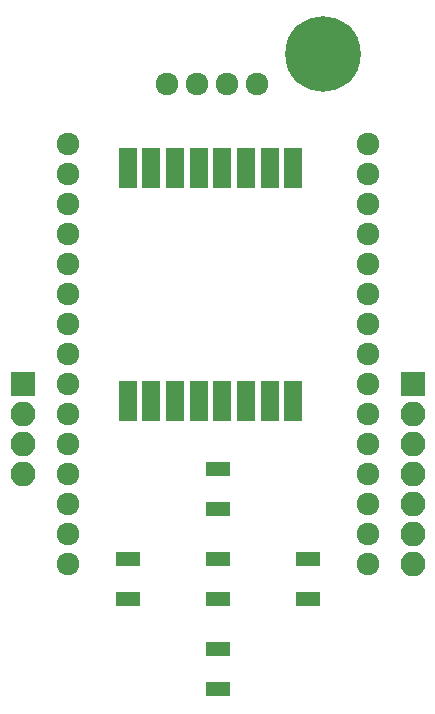
<source format=gbr>
G04 #@! TF.FileFunction,Soldermask,Top*
%FSLAX46Y46*%
G04 Gerber Fmt 4.6, Leading zero omitted, Abs format (unit mm)*
G04 Created by KiCad (PCBNEW 4.0.4-stable) date 07/08/18 17:05:10*
%MOMM*%
%LPD*%
G01*
G04 APERTURE LIST*
%ADD10C,0.100000*%
%ADD11C,1.924000*%
%ADD12R,2.100000X2.100000*%
%ADD13O,2.100000X2.100000*%
%ADD14C,6.399480*%
%ADD15R,2.100000X1.300000*%
%ADD16R,1.600000X3.400000*%
G04 APERTURE END LIST*
D10*
D11*
X126492000Y-80010000D03*
X129032000Y-80010000D03*
X131572000Y-80010000D03*
X134112000Y-80010000D03*
D12*
X147320000Y-105410000D03*
D13*
X147320000Y-107950000D03*
X147320000Y-110490000D03*
X147320000Y-113030000D03*
X147320000Y-115570000D03*
X147320000Y-118110000D03*
X147320000Y-120650000D03*
D14*
X139700000Y-77470000D03*
D12*
X114300000Y-105410000D03*
D13*
X114300000Y-107950000D03*
X114300000Y-110490000D03*
X114300000Y-113030000D03*
D15*
X130810000Y-116000000D03*
X130810000Y-112600000D03*
X130810000Y-120220000D03*
X130810000Y-123620000D03*
X130810000Y-127840000D03*
X130810000Y-131240000D03*
X138430000Y-123620000D03*
X138430000Y-120220000D03*
X123190000Y-120220000D03*
X123190000Y-123620000D03*
D11*
X143510000Y-85090000D03*
X143510000Y-87630000D03*
X143510000Y-90170000D03*
X143510000Y-92710000D03*
X143510000Y-95250000D03*
X143510000Y-97790000D03*
X143510000Y-100330000D03*
X143510000Y-102870000D03*
X143510000Y-105410000D03*
X143510000Y-107950000D03*
X143510000Y-110490000D03*
X143510000Y-113030000D03*
X143510000Y-115570000D03*
X143510000Y-118110000D03*
X143510000Y-120650000D03*
X118110000Y-85090000D03*
X118110000Y-87630000D03*
X118110000Y-90170000D03*
X118110000Y-92710000D03*
X118110000Y-95250000D03*
X118110000Y-97790000D03*
X118110000Y-100330000D03*
X118110000Y-102870000D03*
X118110000Y-105410000D03*
X118110000Y-107950000D03*
X118110000Y-110490000D03*
X118110000Y-113030000D03*
X118110000Y-115570000D03*
X118110000Y-118110000D03*
X118110000Y-120650000D03*
D16*
X123190000Y-106810000D03*
X125190000Y-106810000D03*
X127190000Y-106810000D03*
X129190000Y-106810000D03*
X131190000Y-106810000D03*
X133190000Y-106810000D03*
X135190000Y-106810000D03*
X137190000Y-106810000D03*
X137190000Y-87110000D03*
X135190000Y-87110000D03*
X133190000Y-87110000D03*
X131190000Y-87110000D03*
X129190000Y-87110000D03*
X127190000Y-87110000D03*
X125190000Y-87110000D03*
X123190000Y-87110000D03*
M02*

</source>
